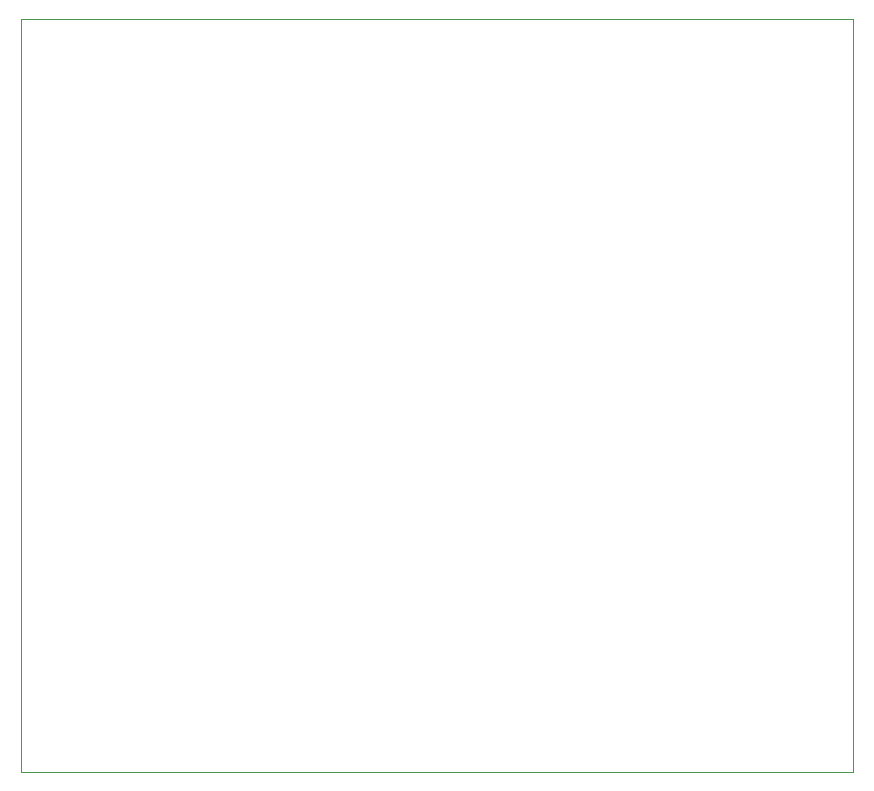
<source format=gbo>
G75*
%MOIN*%
%OFA0B0*%
%FSLAX25Y25*%
%IPPOS*%
%LPD*%
%AMOC8*
5,1,8,0,0,1.08239X$1,22.5*
%
%ADD10C,0.00000*%
D10*
X0001256Y0036433D02*
X0001256Y0287634D01*
X0278677Y0287634D01*
X0278677Y0036433D01*
X0001256Y0036433D01*
M02*

</source>
